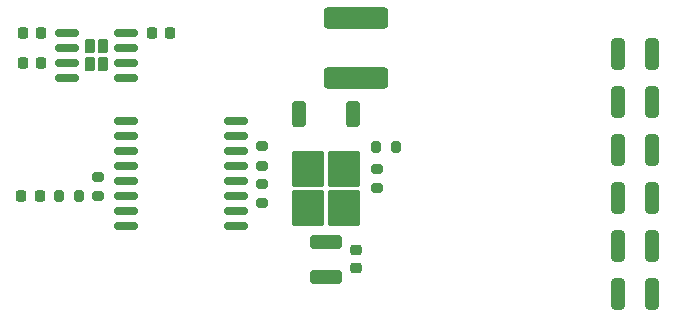
<source format=gbr>
%TF.GenerationSoftware,KiCad,Pcbnew,9.0.4*%
%TF.CreationDate,2025-09-18T09:53:14-07:00*%
%TF.ProjectId,bigpulse,62696770-756c-4736-952e-6b696361645f,rev?*%
%TF.SameCoordinates,Original*%
%TF.FileFunction,Paste,Bot*%
%TF.FilePolarity,Positive*%
%FSLAX46Y46*%
G04 Gerber Fmt 4.6, Leading zero omitted, Abs format (unit mm)*
G04 Created by KiCad (PCBNEW 9.0.4) date 2025-09-18 09:53:14*
%MOMM*%
%LPD*%
G01*
G04 APERTURE LIST*
G04 Aperture macros list*
%AMRoundRect*
0 Rectangle with rounded corners*
0 $1 Rounding radius*
0 $2 $3 $4 $5 $6 $7 $8 $9 X,Y pos of 4 corners*
0 Add a 4 corners polygon primitive as box body*
4,1,4,$2,$3,$4,$5,$6,$7,$8,$9,$2,$3,0*
0 Add four circle primitives for the rounded corners*
1,1,$1+$1,$2,$3*
1,1,$1+$1,$4,$5*
1,1,$1+$1,$6,$7*
1,1,$1+$1,$8,$9*
0 Add four rect primitives between the rounded corners*
20,1,$1+$1,$2,$3,$4,$5,0*
20,1,$1+$1,$4,$5,$6,$7,0*
20,1,$1+$1,$6,$7,$8,$9,0*
20,1,$1+$1,$8,$9,$2,$3,0*%
G04 Aperture macros list end*
%ADD10RoundRect,0.230000X0.230000X0.375000X-0.230000X0.375000X-0.230000X-0.375000X0.230000X-0.375000X0*%
%ADD11RoundRect,0.150000X0.825000X0.150000X-0.825000X0.150000X-0.825000X-0.150000X0.825000X-0.150000X0*%
%ADD12RoundRect,0.225000X0.250000X-0.225000X0.250000X0.225000X-0.250000X0.225000X-0.250000X-0.225000X0*%
%ADD13RoundRect,0.200000X-0.200000X-0.275000X0.200000X-0.275000X0.200000X0.275000X-0.200000X0.275000X0*%
%ADD14RoundRect,0.250000X0.312500X1.075000X-0.312500X1.075000X-0.312500X-1.075000X0.312500X-1.075000X0*%
%ADD15RoundRect,0.250000X-1.125000X1.275000X-1.125000X-1.275000X1.125000X-1.275000X1.125000X1.275000X0*%
%ADD16RoundRect,0.250000X-0.350000X0.850000X-0.350000X-0.850000X0.350000X-0.850000X0.350000X0.850000X0*%
%ADD17RoundRect,0.200000X0.275000X-0.200000X0.275000X0.200000X-0.275000X0.200000X-0.275000X-0.200000X0*%
%ADD18RoundRect,0.250000X2.450000X-0.650000X2.450000X0.650000X-2.450000X0.650000X-2.450000X-0.650000X0*%
%ADD19RoundRect,0.150000X-0.875000X-0.150000X0.875000X-0.150000X0.875000X0.150000X-0.875000X0.150000X0*%
%ADD20RoundRect,0.250000X1.100000X-0.325000X1.100000X0.325000X-1.100000X0.325000X-1.100000X-0.325000X0*%
%ADD21RoundRect,0.225000X0.225000X0.250000X-0.225000X0.250000X-0.225000X-0.250000X0.225000X-0.250000X0*%
%ADD22RoundRect,0.225000X-0.225000X-0.250000X0.225000X-0.250000X0.225000X0.250000X-0.225000X0.250000X0*%
%ADD23RoundRect,0.200000X-0.275000X0.200000X-0.275000X-0.200000X0.275000X-0.200000X0.275000X0.200000X0*%
G04 APERTURE END LIST*
D10*
%TO.C,U3*%
X178243000Y-92317000D03*
X178243000Y-90817000D03*
X177103000Y-92317000D03*
X177103000Y-90817000D03*
D11*
X180148000Y-89662000D03*
X180148000Y-90932000D03*
X180148000Y-92202000D03*
X180148000Y-93472000D03*
X175198000Y-93472000D03*
X175198000Y-92202000D03*
X175198000Y-90932000D03*
X175198000Y-89662000D03*
%TD*%
D12*
%TO.C,C11*%
X199644000Y-109614000D03*
X199644000Y-108064000D03*
%TD*%
D13*
%TO.C,R21*%
X201359000Y-99314000D03*
X203009000Y-99314000D03*
%TD*%
D14*
%TO.C,R13*%
X224728500Y-111760000D03*
X221803500Y-111760000D03*
%TD*%
D15*
%TO.C,U4*%
X198629000Y-101185000D03*
X195579000Y-101185000D03*
X198629000Y-104535000D03*
X195579000Y-104535000D03*
D16*
X194824000Y-96560000D03*
X199384000Y-96560000D03*
%TD*%
D14*
%TO.C,R10*%
X224728500Y-99568000D03*
X221803500Y-99568000D03*
%TD*%
D17*
%TO.C,R17*%
X191643000Y-100901000D03*
X191643000Y-99251000D03*
%TD*%
D18*
%TO.C,C10*%
X199644000Y-93482000D03*
X199644000Y-88382000D03*
%TD*%
D14*
%TO.C,R11*%
X224728500Y-103632000D03*
X221803500Y-103632000D03*
%TD*%
D19*
%TO.C,U2*%
X180135000Y-106045000D03*
X180135000Y-104775000D03*
X180135000Y-103505000D03*
X180135000Y-102235000D03*
X180135000Y-100965000D03*
X180135000Y-99695000D03*
X180135000Y-98425000D03*
X180135000Y-97155000D03*
X189435000Y-97155000D03*
X189435000Y-98425000D03*
X189435000Y-99695000D03*
X189435000Y-100965000D03*
X189435000Y-102235000D03*
X189435000Y-103505000D03*
X189435000Y-104775000D03*
X189435000Y-106045000D03*
%TD*%
D17*
%TO.C,R22*%
X201422000Y-102806000D03*
X201422000Y-101156000D03*
%TD*%
%TO.C,R20*%
X177800000Y-103505000D03*
X177800000Y-101855000D03*
%TD*%
D20*
%TO.C,C12*%
X197104000Y-110314000D03*
X197104000Y-107364000D03*
%TD*%
D14*
%TO.C,R12*%
X224728500Y-107696000D03*
X221803500Y-107696000D03*
%TD*%
%TO.C,R8*%
X224728500Y-91440000D03*
X221803500Y-91440000D03*
%TD*%
D21*
%TO.C,C24*%
X172987000Y-92202000D03*
X171437000Y-92202000D03*
%TD*%
D22*
%TO.C,C23*%
X182359000Y-89662000D03*
X183909000Y-89662000D03*
%TD*%
D14*
%TO.C,R9*%
X224728500Y-95504000D03*
X221803500Y-95504000D03*
%TD*%
D23*
%TO.C,R16*%
X191643000Y-102426000D03*
X191643000Y-104076000D03*
%TD*%
D13*
%TO.C,R19*%
X174499000Y-103505000D03*
X176149000Y-103505000D03*
%TD*%
D21*
%TO.C,C9*%
X172847000Y-103505000D03*
X171297000Y-103505000D03*
%TD*%
%TO.C,C22*%
X172987000Y-89662000D03*
X171437000Y-89662000D03*
%TD*%
M02*

</source>
